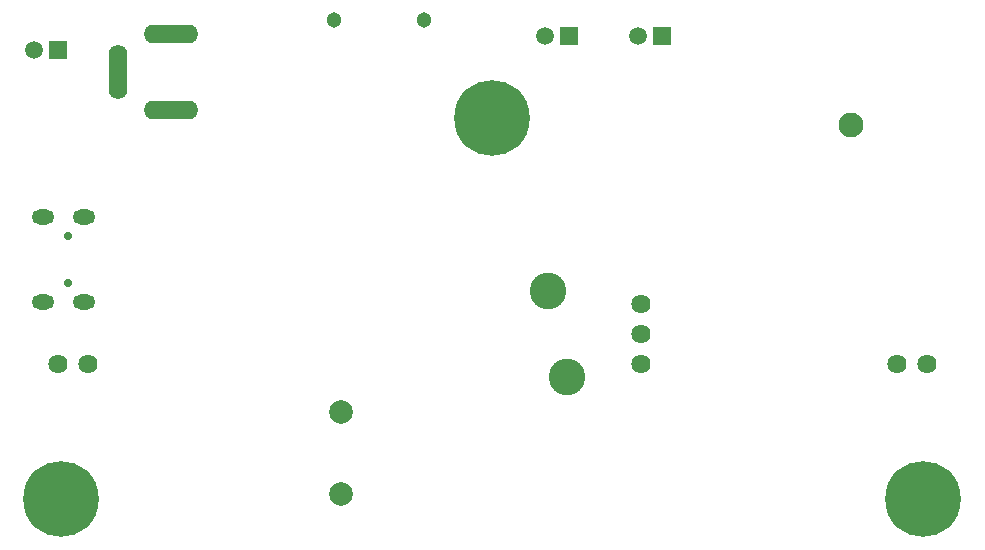
<source format=gbr>
G04 #@! TF.GenerationSoftware,KiCad,Pcbnew,5.1.0-unknown-223e24f~82~ubuntu18.04.1*
G04 #@! TF.CreationDate,2019-04-23T11:49:51+03:00*
G04 #@! TF.ProjectId,ESP32-ADF_Rev_B,45535033-322d-4414-9446-5f5265765f42,rev?*
G04 #@! TF.SameCoordinates,Original*
G04 #@! TF.FileFunction,Soldermask,Bot*
G04 #@! TF.FilePolarity,Negative*
%FSLAX46Y46*%
G04 Gerber Fmt 4.6, Leading zero omitted, Abs format (unit mm)*
G04 Created by KiCad (PCBNEW 5.1.0-unknown-223e24f~82~ubuntu18.04.1) date 2019-04-23 11:49:51*
%MOMM*%
%LPD*%
G04 APERTURE LIST*
%ADD10C,1.301600*%
%ADD11O,1.601600X4.601600*%
%ADD12O,4.601600X1.601600*%
%ADD13C,2.101600*%
%ADD14C,3.101600*%
%ADD15C,1.625600*%
%ADD16R,1.501600X1.501600*%
%ADD17C,1.501600*%
%ADD18C,6.401600*%
%ADD19C,2.001600*%
%ADD20C,0.701600*%
%ADD21O,1.901600X1.301600*%
G04 APERTURE END LIST*
D10*
X83096100Y-39458900D03*
X90716100Y-39458900D03*
D11*
X64800000Y-43800000D03*
D12*
X69250000Y-40600000D03*
X69250000Y-47100000D03*
D13*
X126868680Y-48364200D03*
D14*
X101180000Y-62350000D03*
X102780000Y-69650000D03*
D15*
X109080000Y-63460000D03*
X109080000Y-66000000D03*
X109080000Y-68540000D03*
X133270000Y-68595000D03*
X130730000Y-68595000D03*
X62270000Y-68595000D03*
X59730000Y-68595000D03*
D16*
X59682380Y-42014140D03*
D17*
X57670700Y-42016680D03*
D16*
X110825380Y-40798140D03*
D17*
X108813700Y-40800680D03*
D16*
X102951380Y-40798140D03*
D17*
X100939700Y-40800680D03*
D10*
X96500000Y-45337000D03*
X96500000Y-50163000D03*
X94849000Y-49401000D03*
X94722000Y-46099000D03*
X98151000Y-49401000D03*
X98151000Y-46099000D03*
X94087000Y-47750000D03*
X98913000Y-47750000D03*
D18*
X96500000Y-47750000D03*
D19*
X83700000Y-72600000D03*
X83700000Y-79600000D03*
D10*
X60000000Y-77587000D03*
X60000000Y-82413000D03*
X58349000Y-81651000D03*
X58222000Y-78349000D03*
X61651000Y-81651000D03*
X61651000Y-78349000D03*
X57587000Y-80000000D03*
X62413000Y-80000000D03*
D18*
X60000000Y-80000000D03*
D10*
X133000000Y-77587000D03*
X133000000Y-82413000D03*
X131349000Y-81651000D03*
X131222000Y-78349000D03*
X134651000Y-81651000D03*
X134651000Y-78349000D03*
X130587000Y-80000000D03*
X135413000Y-80000000D03*
D18*
X133000000Y-80000000D03*
D20*
X60574000Y-57700000D03*
X60574000Y-61700000D03*
D21*
X58424000Y-56100000D03*
X61894000Y-56100000D03*
X61894000Y-63300000D03*
X58424000Y-63300000D03*
M02*

</source>
